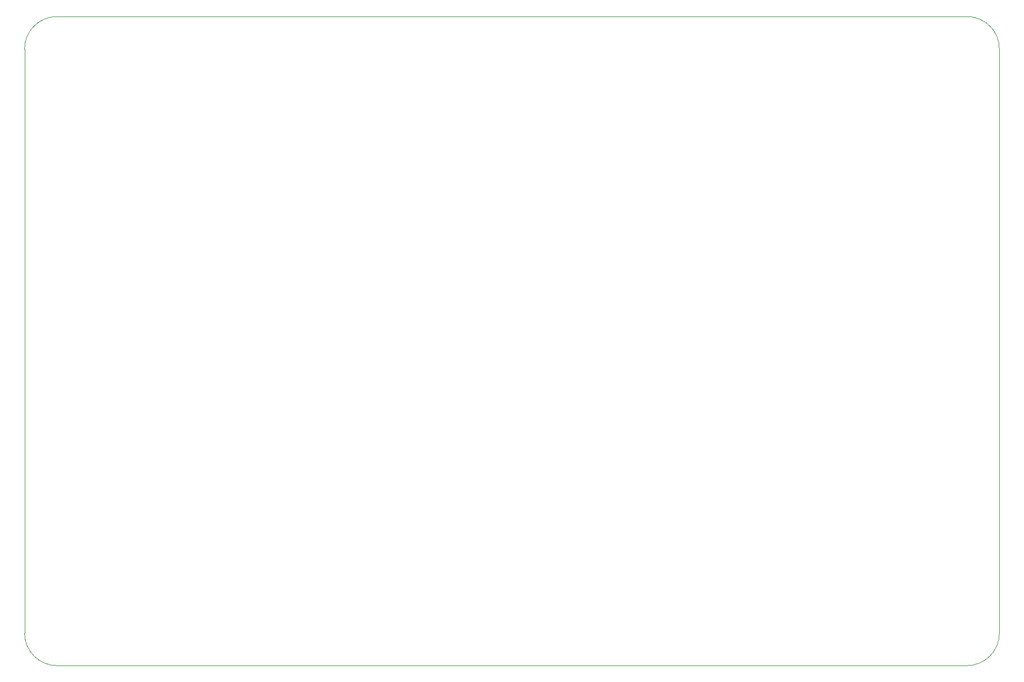
<source format=gbr>
%TF.GenerationSoftware,KiCad,Pcbnew,8.0.3*%
%TF.CreationDate,2024-07-07T23:54:37+03:00*%
%TF.ProjectId,STM32_Motor_Kit_v0.1,53544d33-325f-44d6-9f74-6f725f4b6974,rev?*%
%TF.SameCoordinates,Original*%
%TF.FileFunction,Profile,NP*%
%FSLAX46Y46*%
G04 Gerber Fmt 4.6, Leading zero omitted, Abs format (unit mm)*
G04 Created by KiCad (PCBNEW 8.0.3) date 2024-07-07 23:54:37*
%MOMM*%
%LPD*%
G01*
G04 APERTURE LIST*
%TA.AperFunction,Profile*%
%ADD10C,0.050000*%
%TD*%
G04 APERTURE END LIST*
D10*
X50000000Y-55000000D02*
G75*
G02*
X55000000Y-50000000I5000000J0D01*
G01*
X195000000Y-150000000D02*
X55000000Y-150000000D01*
X55000000Y-50000000D02*
X195000000Y-50000000D01*
X50000000Y-145000000D02*
X50000000Y-55000000D01*
X200000000Y-145000000D02*
G75*
G02*
X195000000Y-150000000I-5000000J0D01*
G01*
X55000000Y-150000000D02*
G75*
G02*
X50000000Y-145000000I0J5000000D01*
G01*
X195000000Y-50000000D02*
G75*
G02*
X200000000Y-55000000I0J-5000000D01*
G01*
X200000000Y-55000000D02*
X200000000Y-145000000D01*
M02*

</source>
